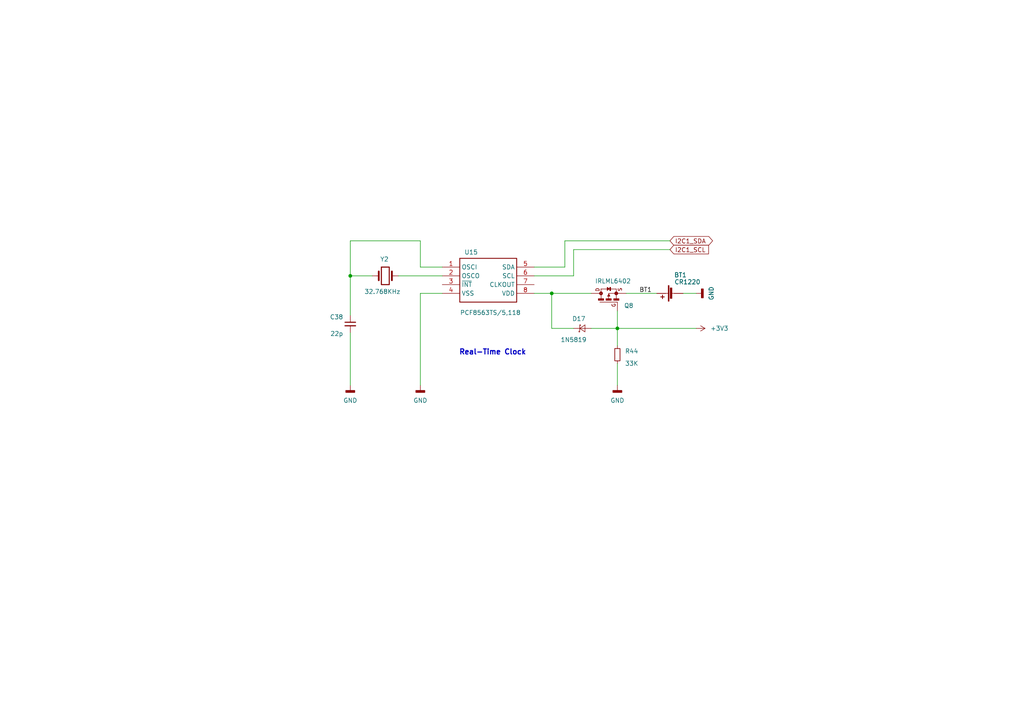
<source format=kicad_sch>
(kicad_sch (version 20250114) (generator "eeschema") (generator_version "9.0")
  (paper "A4")
  (title_block (title "AA-PI Display Board for BananaPi M2-Magic - RTC") (date "2025-05-20") (rev "4.2") (company "ORPALTECH") (comment 4 "Author: Sergey Suloev"))
  (lib_symbols
    (symbol "AA-PI-Components:+3V3" (power) (pin_names (offset 0))
      (property "Value" "+3V3" (at 0 3.556 0))
      (symbol "+3V3_0_1"
        (polyline (pts (xy -0.762 1.27) (xy 0 2.54)))
        (polyline (pts (xy 0 2.54) (xy 0.762 1.27)))
        (polyline (pts (xy 0 0) (xy 0 2.54)))
      )
      (symbol "+3V3_1_1"
        (pin power_in line (at 0 0 90) (length 0) (hide yes) (name "+3V3") (number "1"))
      )
    )
    (symbol "AA-PI-Components:Battery_Cell" (pin_numbers (hide yes)) (pin_names (offset 0) (hide yes))
      (property "Reference" "BT" (at 2.54 2.54 0))
      (property "Value" "Battery_Cell" (at 2.54 0 0))
      (symbol "Battery_Cell_0_1"
        (rectangle (start -2.286 1.778) (end 2.286 1.524) (fill (type outline)))
        (rectangle (start -1.5748 1.1938) (end 1.4732 0.6858) (fill (type outline)))
        (polyline (pts (xy 0 1.778) (xy 0 2.54)))
        (polyline (pts (xy 0 0.762) (xy 0 0)))
        (polyline (pts (xy 0.508 3.429) (xy 1.524 3.429)) (stroke (width 0.254)))
        (polyline (pts (xy 1.016 3.937) (xy 1.016 2.921)) (stroke (width 0.254)))
      )
      (symbol "Battery_Cell_1_1"
        (pin passive line (at 0 5.08 270) (length 2.54) (name "+") (number "1"))
        (pin passive line (at 0 -2.54 90) (length 2.54) (name "-") (number "2"))
      )
    )
    (symbol "AA-PI-Components:C_Small" (pin_numbers (hide yes)) (pin_names (offset 0.254) (hide yes))
      (property "Reference" "C" (at 0.254 1.778 0))
      (property "Value" "C_Small" (at 0.254 -2.032 0))
      (symbol "C_Small_0_1"
        (polyline (pts (xy -1.524 0.508) (xy 1.524 0.508)) (stroke (width 0.3048)))
        (polyline (pts (xy -1.524 -0.508) (xy 1.524 -0.508)) (stroke (width 0.3302)))
      )
      (symbol "C_Small_1_1"
        (pin passive line (at 0 2.54 270) (length 2.032) (name "~") (number "1"))
        (pin passive line (at 0 -2.54 90) (length 2.032) (name "~") (number "2"))
      )
    )
    (symbol "AA-PI-Components:Crystal" (pin_numbers (hide yes)) (pin_names (offset 1.016) (hide yes))
      (property "Reference" "Y" (at 0 3.81 0))
      (property "Value" "Crystal" (at 0 -3.81 0))
      (symbol "Crystal_0_1"
        (polyline (pts (xy -2.54 0) (xy -1.905 0)))
        (polyline (pts (xy -1.905 -1.27) (xy -1.905 1.27)) (stroke (width 0.508)))
        (rectangle (start -1.143 2.54) (end 1.143 -2.54) (stroke (width 0.3048)))
        (polyline (pts (xy 1.905 -1.27) (xy 1.905 1.27)) (stroke (width 0.508)))
        (polyline (pts (xy 2.54 0) (xy 1.905 0)))
      )
      (symbol "Crystal_1_1"
        (pin passive line (at -3.81 0 0) (length 1.27) (name "1") (number "1"))
        (pin passive line (at 3.81 0 180) (length 1.27) (name "2") (number "2"))
      )
    )
    (symbol "AA-PI-Components:D_Schottky_Small" (pin_numbers (hide yes)) (pin_names (offset 0.254) (hide yes))
      (property "Reference" "D" (at -1.27 2.032 0))
      (property "Value" "D_Schottky_Small" (at -7.112 -2.032 0))
      (symbol "D_Schottky_Small_0_1"
        (polyline (pts (xy -0.762 1.016) (xy -1.016 1.016) (xy -1.016 0.762)))
        (polyline (pts (xy -0.762 0) (xy 0.762 0)))
        (polyline (pts (xy -0.762 -1.016) (xy -0.762 1.016)))
        (polyline (pts (xy -0.762 -1.016) (xy -0.508 -1.016) (xy -0.508 -0.762)))
        (polyline (pts (xy 0.762 -1.016) (xy -0.762 0) (xy 0.762 1.016) (xy 0.762 -1.016)))
      )
      (symbol "D_Schottky_Small_1_1"
        (pin passive line (at -2.54 0 0) (length 1.778) (name "K") (number "1"))
        (pin passive line (at 2.54 0 180) (length 1.778) (name "A") (number "2"))
      )
    )
    (symbol "AA-PI-Components:GND" (power) (pin_names (offset 0))
      (symbol "GND_0_1"
        (rectangle (start -1.27 -1.524) (end 1.27 -2.032) (stroke (width 0.254)) (fill (type outline)))
        (polyline (pts (xy 0 0) (xy 0 -1.524)))
      )
      (symbol "GND_1_1"
        (pin power_in line (at 0 0 270) (length 0) (hide yes) (name "GND") (number "1"))
      )
    )
    (symbol "AA-PI-Components:P-CHANNEL-MOSFET" (pin_names (offset 1.016))
      (property "Reference" "Q" (at -6.35 3.81 90))
      (property "Value" "P-CHANNEL-MOSFET" (at 5.08 -6.35 90))
      (symbol "P-CHANNEL-MOSFET_1_0"
        (polyline (pts (xy -2.54 -2.54) (xy -2.54 2.54)))
        (rectangle (start -2.032 1.4478) (end -1.524 2.9718) (fill (type outline)))
        (rectangle (start -2.032 -0.762) (end -1.524 0.762) (fill (type outline)))
        (rectangle (start -2.032 -2.9972) (end -1.524 -1.4732) (fill (type outline)))
        (polyline (pts (xy -1.7272 2.1844) (xy -0.1524 2.1844)))
        (polyline (pts (xy -1.651 -2.2098) (xy 0.254 -2.2098)))
        (polyline (pts (xy -0.8128 0) (xy -1.651 0)))
        (polyline (pts (xy -0.0508 0) (xy -0.8128 -0.381) (xy -0.8128 0.381)) (fill (type outline)))
        (circle (center 0 2.2098) (radius 0.127) (stroke (width 0.4064)))
        (polyline (pts (xy 0 2.2098) (xy 1.27 2.2098)))
        (polyline (pts (xy 0 0) (xy 0 -2.2098)))
        (circle (center 0 -2.2098) (radius 0.127) (stroke (width 0.4064)))
        (rectangle (start 0.762 -0.5842) (end 1.7526 -0.3302) (fill (type outline)))
        (polyline (pts (xy 1.27 2.2098) (xy 1.27 -2.2098)))
        (polyline (pts (xy 1.27 -0.3048) (xy 1.778 0.4318) (xy 0.762 0.4318)) (fill (type outline)))
        (polyline (pts (xy 1.27 -2.2098) (xy 0 -2.2098)))
        (text "G" (at -4.0386 -1.4986 0) (effects (font (size 1.016 1.016)) (justify left)))
        (text "D" (at 1.6764 3.2004 0) (effects (font (size 1.016 1.016)) (justify right)))
        (text "S" (at 1.7272 -3.302 0) (effects (font (size 1.016 1.016)) (justify right)))
        (pin passive line (at -5.08 -2.54 0) (length 2.54) (name "G") (number "1"))
        (pin passive line (at 0 5.08 270) (length 2.54) (name "D") (number "3"))
        (pin passive line (at 0 -5.08 90) (length 2.54) (name "S") (number "2"))
      )
    )
    (symbol "AA-PI-Components:PCF8563TS_5,118"
      (property "Reference" "U" (at 5.334 5.08 0))
      (property "Value" "PCF8563TS/5,118" (at 10.414 5.08 0))
      (symbol "PCF8563TS_5,118_1_1"
        (rectangle (start 5.08 2.54) (end 21.59 -10.16) (stroke (width 0.254)))
        (pin passive line (at 0 0 0) (length 5.08) (name "OSCI") (number "1"))
        (pin passive line (at 0 -2.54 0) (length 5.08) (name "OSCO") (number "2"))
        (pin passive line (at 0 -5.08 0) (length 5.08) (name "~{INT}") (number "3"))
        (pin passive line (at 0 -7.62 0) (length 5.08) (name "VSS") (number "4"))
        (pin passive line (at 26.67 0 180) (length 5.08) (name "SDA") (number "5"))
        (pin passive line (at 26.67 -2.54 180) (length 5.08) (name "SCL") (number "6"))
        (pin passive line (at 26.67 -5.08 180) (length 5.08) (name "CLKOUT") (number "7"))
        (pin passive line (at 26.67 -7.62 180) (length 5.08) (name "VDD") (number "8"))
      )
    )
    (symbol "AA-PI-Components:R_Small" (pin_numbers (hide yes)) (pin_names (offset 0.254) (hide yes))
      (property "Reference" "R" (at 0.762 0.508 0))
      (property "Value" "R_Small" (at 0.762 -1.016 0))
      (symbol "R_Small_0_1"
        (rectangle (start -0.762 1.778) (end 0.762 -1.778) (stroke (width 0.2032)))
      )
      (symbol "R_Small_1_1"
        (pin passive line (at 0 2.54 270) (length 0.762) (name "~") (number "1"))
        (pin passive line (at 0 -2.54 90) (length 0.762) (name "~") (number "2"))
      )
    )
  )
  (text "Real-Time Clock" (at 133.096 103.124 0) (effects (font (size 1.4986 1.4986) (thickness 0.2997) (bold yes)) (justify left bottom)))
  (junction (at 101.6 80.01))
  (junction (at 160.02 85.09))
  (junction (at 179.07 95.25))
  (wire (pts (xy 160.02 95.25) (xy 166.37 95.25)))
  (wire (pts (xy 160.02 95.25) (xy 160.02 85.09)))
  (wire (pts (xy 128.27 77.47) (xy 121.92 77.47)))
  (wire (pts (xy 166.37 80.01) (xy 166.37 72.39)))
  (wire (pts (xy 154.94 77.47) (xy 163.83 77.47)))
  (wire (pts (xy 201.93 85.09) (xy 198.12 85.09)))
  (wire (pts (xy 179.07 95.25) (xy 179.07 100.33)))
  (wire (pts (xy 179.07 105.41) (xy 179.07 111.76)))
  (wire (pts (xy 121.92 77.47) (xy 121.92 69.85)))
  (wire (pts (xy 154.94 85.09) (xy 160.02 85.09)))
  (wire (pts (xy 115.57 80.01) (xy 128.27 80.01)))
  (wire (pts (xy 128.27 85.09) (xy 121.92 85.09)))
  (wire (pts (xy 121.92 85.09) (xy 121.92 111.76)))
  (wire (pts (xy 171.45 95.25) (xy 179.07 95.25)))
  (wire (pts (xy 179.07 90.17) (xy 179.07 95.25)))
  (wire (pts (xy 101.6 69.85) (xy 121.92 69.85)))
  (wire (pts (xy 163.83 77.47) (xy 163.83 69.85)))
  (wire (pts (xy 181.61 85.09) (xy 190.5 85.09)))
  (wire (pts (xy 163.83 69.85) (xy 194.31 69.85)))
  (wire (pts (xy 154.94 80.01) (xy 166.37 80.01)))
  (wire (pts (xy 101.6 80.01) (xy 101.6 69.85)))
  (wire (pts (xy 166.37 72.39) (xy 194.31 72.39)))
  (wire (pts (xy 101.6 96.52) (xy 101.6 111.76)))
  (wire (pts (xy 107.95 80.01) (xy 101.6 80.01)))
  (wire (pts (xy 101.6 80.01) (xy 101.6 91.44)))
  (wire (pts (xy 160.02 85.09) (xy 171.45 85.09)))
  (wire (pts (xy 201.93 95.25) (xy 179.07 95.25)))
  (label "BT1" (at 185.42 85.09 0))
  (global_label "I2C1_SDA" (shape bidirectional) (at 194.31 69.85 0) (property "Intersheetrefs" "${INTERSHEET_REFS}" (effects (hide yes))))
  (global_label "I2C1_SCL" (shape input) (at 194.31 72.39 0) (property "Intersheetrefs" "${INTERSHEET_REFS}" (effects (hide yes))))
  (symbol (lib_id "AA-PI-Components:D_Schottky_Small") (at 168.91 95.25 0) (mirror x) (unit 1)
    (property "Reference" "D17" (at 167.894 92.456 0))
    (property "Value" "1N5819" (at 166.37 98.552 0))
    (property "Footprint" "AA-PI-Footprints:D_SOD-323_HandSoldering" (effects (hide yes)))
    (property "Description" "Schottky diode, small symbol" (effects (hide yes)))
  )
  (symbol (lib_id "AA-PI-Components:GND") (at 201.93 85.09 90) (mirror x) (unit 1)
    (property "Reference" "#PWR0139" (effects (hide yes)))
    (property "Value" "GND" (at 206.3242 85.09 0))
  )
  (symbol (lib_id "AA-PI-Components:Crystal") (at 111.76 80.01 180) (unit 1)
    (property "Reference" "Y2" (at 110.236 75.184 0) (effects (justify right)))
    (property "Value" "32.768KHz" (at 105.664 84.582 0) (effects (justify right)))
    (property "Footprint" "AA-PI-Footprints:Crystal_SMD_3215-2Pin_3.2x1.5mm" (effects (hide yes)))
    (property "Description" "Two pin crystal" (effects (hide yes)))
  )
  (symbol (lib_id "AA-PI-Components:Battery_Cell") (at 195.58 85.09 90) (mirror x) (unit 1)
    (property "Reference" "BT1" (at 197.358 79.756 90))
    (property "Value" "CR1220" (at 199.39 81.788 90))
    (property "Footprint" "AA-PI-Footprints:CR1220-2" (effects (hide yes)))
    (property "Description" "single battery cell" (effects (hide yes)))
  )
  (symbol (lib_id "AA-PI-Components:PCF8563TS_5,118") (at 128.27 77.47 0) (unit 1)
    (property "Reference" "U15" (at 136.652 73.152 0))
    (property "Value" "PCF8563TS/5,118" (at 142.24 90.678 0))
    (property "Footprint" "AA-PI-Footprints:SOT65P490X110-8N" (effects (hide yes)))
    (property "Datasheet" "http://www.nxp.com/docs/en/data-sheet/PCF8563.pdf" (effects (hide yes)))
    (property "Description" "NXP - PCF8563TS/5,118 - REAL TIME CLOCK, 5.5V, I2C, TSSOP-8" (effects (hide yes)))
    (property "Height" "1.1" (effects (hide yes)))
    (property "Manufacturer_Name" "NXP" (effects (hide yes)))
    (property "Manufacturer_Part_Number" "PCF8563TS/5,118" (effects (hide yes)))
    (property "Mouser Part Number" "771-PCF8563TS/5118" (effects (hide yes)))
    (property "Mouser Price/Stock" "https://www.mouser.co.uk/ProductDetail/NXP-Semiconductors/PCF8563TS-5118?qs=beN0Cyoe8Ynnzly4fQaDyw%3D%3D" (effects (hide yes)))
    (property "Arrow Part Number" "PCF8563TS/5,118" (effects (hide yes)))
    (property "Arrow Price/Stock" "https://www.arrow.com/en/products/pcf8563ts5118/nxp-semiconductors?utm_currency=USD&region=nac" (effects (hide yes)))
  )
  (symbol (lib_id "AA-PI-Components:GND") (at 179.07 111.76 0) (mirror y) (unit 1)
    (property "Reference" "#PWR0140" (effects (hide yes)))
    (property "Value" "GND" (at 179.07 116.1542 0))
  )
  (symbol (lib_id "AA-PI-Components:GND") (at 121.92 111.76 0) (unit 1)
    (property "Reference" "#PWR0137" (effects (hide yes)))
    (property "Value" "GND" (at 121.92 116.1542 0))
  )
  (symbol (lib_id "AA-PI-Components:+3V3") (at 201.93 95.25 270) (mirror x) (unit 1)
    (property "Reference" "#PWR0138" (effects (hide yes)))
    (property "Value" "+3V3" (at 205.994 95.25 90) (effects (justify left)))
    (property "Description" "power-flag symbol +3.3V" (effects (hide yes)))
  )
  (symbol (lib_id "AA-PI-Components:C_Small") (at 101.6 93.98 0) (mirror y) (unit 1)
    (property "Reference" "C38" (at 99.568 91.948 0) (effects (justify left)))
    (property "Value" "22p" (at 99.568 96.774 0) (effects (justify left)))
    (property "Footprint" "AA-PI-Footprints:C_0603_1608Metric" (effects (hide yes)))
    (property "Description" "Unpolarized capacitor" (effects (hide yes)))
  )
  (symbol (lib_id "AA-PI-Components:GND") (at 101.6 111.76 0) (mirror y) (unit 1)
    (property "Reference" "#PWR0113" (effects (hide yes)))
    (property "Value" "GND" (at 101.6 116.1542 0))
  )
  (symbol (lib_id "AA-PI-Components:R_Small") (at 179.07 102.87 0) (mirror y) (unit 1)
    (property "Reference" "R44" (at 185.166 101.854 0) (effects (justify left)))
    (property "Value" "33K" (at 185.166 105.41 0) (effects (justify left)))
    (property "Footprint" "AA-PI-Footprints:R_0603_1608Metric" (effects (hide yes)))
    (property "Description" "Resistor, small symbol" (effects (hide yes)))
  )
  (symbol (lib_id "AA-PI-Components:P-CHANNEL-MOSFET") (at 176.53 85.09 90) (unit 1)
    (property "Reference" "Q8" (at 182.372 88.646 90))
    (property "Value" "IRLML6402" (at 177.8 81.534 90))
    (property "Footprint" "AA-PI-Footprints:SOT-23" (effects (hide yes)))
  )
)
</source>
